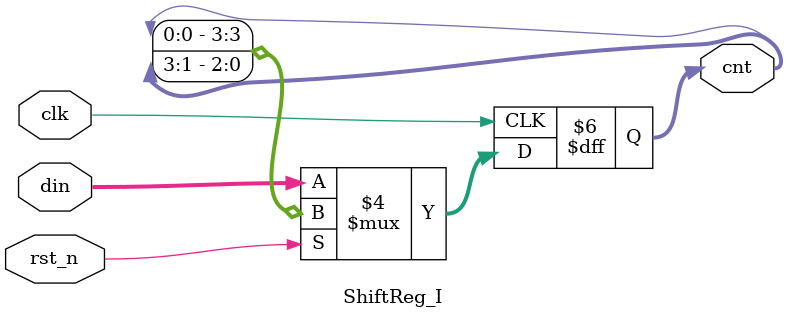
<source format=v>
`timescale 1ns / 1ps


module ShiftReg_I(rst_n,clk,cnt,din);
parameter CNT_SIZE = 4;
input rst_n;
input clk;
input [CNT_SIZE-1 : 0]din;
output reg [CNT_SIZE-1 : 0] cnt;
always@(posedge clk)
 if(!rst_n)
 cnt <= din;
 else
 cnt <= {cnt[0],cnt[CNT_SIZE-1 : 1]};
endmodule

</source>
